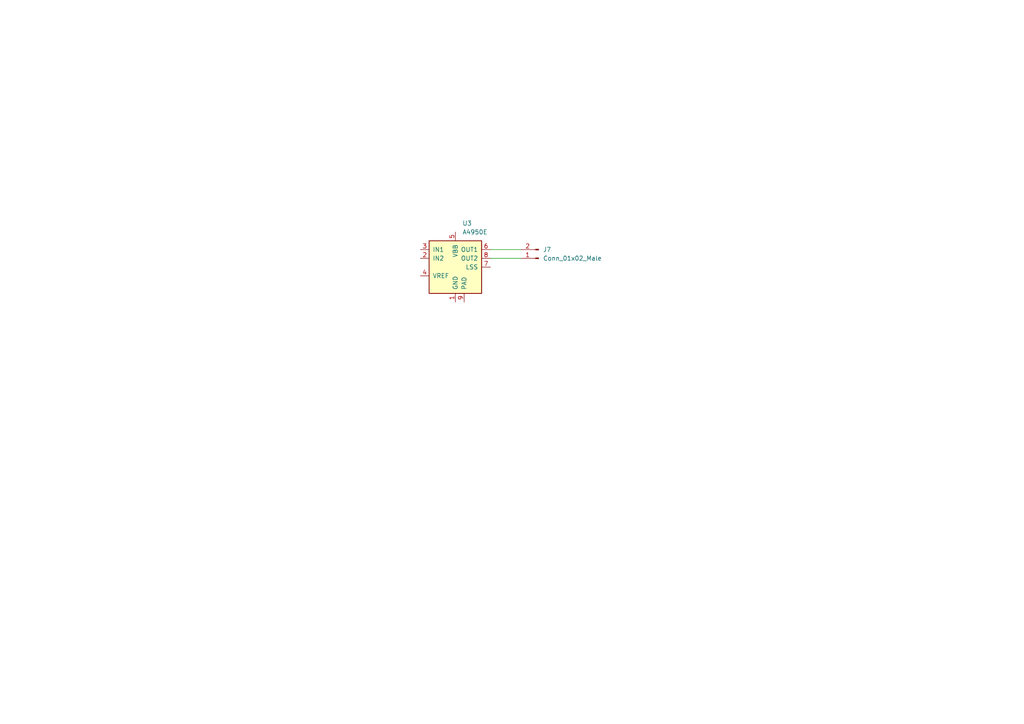
<source format=kicad_sch>
(kicad_sch (version 20211123) (generator eeschema)
  (paper "A4")
  (lib_symbols
    (symbol "Connector:Conn_01x02_Male" (pin_names (offset 1.016) hide)
      (property "Reference" "J" (at 0 2.54 0))
      (property "Value" "Conn_01x02_Male" (at 0 -5.08 0))
      (symbol "Conn_01x02_Male_1_1"
        (polyline (pts (xy 1.27 -2.54) (xy 0.8636 -2.54)) (stroke (width 0.1524)))
        (polyline (pts (xy 1.27 0) (xy 0.8636 0)) (stroke (width 0.1524)))
        (rectangle (start 0.8636 -2.413) (end 0 -2.667) (stroke (width 0.1524)) (fill (type outline)))
        (rectangle (start 0.8636 0.127) (end 0 -0.127) (stroke (width 0.1524)) (fill (type outline)))
        (pin passive line (at 5.08 0 180) (length 3.81) (name "Pin_1") (number "1"))
        (pin passive line (at 5.08 -2.54 180) (length 3.81) (name "Pin_2") (number "2"))
      )
    )
    (symbol "Driver_Motor:A4950E" (pin_names (offset 1.016))
      (property "Reference" "U" (at -7.62 8.89 0))
      (property "Value" "A4950E" (at 5.08 8.89 0))
      (symbol "A4950E_0_1"
        (rectangle (start -7.62 7.62) (end 7.62 -7.62) (stroke (width 0.254)) (fill (type background)))
      )
      (symbol "A4950E_1_1"
        (pin power_in line (at 0 -10.16 90) (length 2.54) (name "GND") (number "1"))
        (pin input line (at -10.16 2.54 0) (length 2.54) (name "IN2") (number "2"))
        (pin input line (at -10.16 5.08 0) (length 2.54) (name "IN1") (number "3"))
        (pin passive line (at -10.16 -2.54 0) (length 2.54) (name "VREF") (number "4"))
        (pin power_in line (at 0 10.16 270) (length 2.54) (name "VBB") (number "5"))
        (pin power_out line (at 10.16 5.08 180) (length 2.54) (name "OUT1") (number "6"))
        (pin power_in line (at 10.16 0 180) (length 2.54) (name "LSS") (number "7"))
        (pin power_out line (at 10.16 2.54 180) (length 2.54) (name "OUT2") (number "8"))
        (pin power_in line (at 2.54 -10.16 90) (length 2.54) (name "PAD") (number "9"))
      )
    )
  )
  (wire (pts (xy 142.24 72.39) (xy 151.13 72.39)))
  (wire (pts (xy 142.24 74.93) (xy 151.13 74.93)))
  (symbol (lib_id "Driver_Motor:A4950E") (at 132.08 77.47 0) (unit 1)
    (property "Reference" "U3" (at 134.0994 64.77 0) (effects (justify left)))
    (property "Value" "A4950E" (at 134.0994 67.31 0) (effects (justify left)))
    (property "Footprint" "Package_SO:SOIC-8-1EP_3.9x4.9mm_P1.27mm_EP2.41x3.3mm" (effects hide))
    (property "Datasheet" "http://www.allegromicro.com/~/media/Files/Datasheets/A4950-Datasheet.ashx" (effects hide))
  )
  (symbol (lib_id "Connector:Conn_01x02_Male") (at 156.21 74.93 180) (unit 1)
    (property "Reference" "J7" (at 157.48 72.3899 0) (effects (justify right)))
    (property "Value" "Conn_01x02_Male" (at 157.48 74.9299 0) (effects (justify right)))
  )
)
</source>
